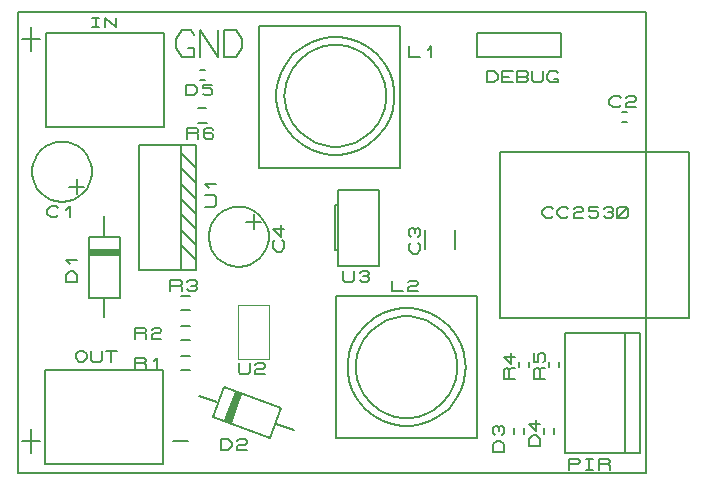
<source format=gto>
G04 PROTEUS RS274X GERBER FILE*
%FSLAX45Y45*%
%MOMM*%
G01*
%ADD29C,0.203200*%
%ADD72C,0.025400*%
%TD.AperFunction*%
G36*
X-5379000Y+3066500D02*
X-5379000Y+3116500D01*
X-5119000Y+3116500D01*
X-5119000Y+3066500D01*
X-5379000Y+3066500D01*
G37*
G36*
X-4141571Y+1913626D02*
X-4230496Y+1669306D01*
X-4183512Y+1652205D01*
X-4094586Y+1896525D01*
X-4141571Y+1913626D01*
G37*
D29*
X-5986100Y+1223000D02*
X-666000Y+1223000D01*
X-666000Y+5127000D01*
X-5986100Y+5127000D01*
X-5986100Y+1223000D01*
X-5360200Y+3775900D02*
X-5361027Y+3796383D01*
X-5367745Y+3837350D01*
X-5381763Y+3878317D01*
X-5404541Y+3919284D01*
X-5439341Y+3960129D01*
X-5480308Y+3991745D01*
X-5521275Y+4012292D01*
X-5562242Y+4024529D01*
X-5603209Y+4029662D01*
X-5614200Y+4029900D01*
X-5868200Y+3775900D02*
X-5867373Y+3796383D01*
X-5860655Y+3837350D01*
X-5846637Y+3878317D01*
X-5823859Y+3919284D01*
X-5789059Y+3960129D01*
X-5748092Y+3991745D01*
X-5707125Y+4012292D01*
X-5666158Y+4024529D01*
X-5625191Y+4029662D01*
X-5614200Y+4029900D01*
X-5868200Y+3775900D02*
X-5867373Y+3755417D01*
X-5860655Y+3714450D01*
X-5846637Y+3673483D01*
X-5823859Y+3632516D01*
X-5789059Y+3591671D01*
X-5748092Y+3560055D01*
X-5707125Y+3539508D01*
X-5666158Y+3527271D01*
X-5625191Y+3522138D01*
X-5614200Y+3521900D01*
X-5360200Y+3775900D02*
X-5361027Y+3755417D01*
X-5367745Y+3714450D01*
X-5381763Y+3673483D01*
X-5404541Y+3632516D01*
X-5439341Y+3591671D01*
X-5480308Y+3560055D01*
X-5521275Y+3539508D01*
X-5562242Y+3527271D01*
X-5603209Y+3522138D01*
X-5614200Y+3521900D01*
X-5423700Y+3648900D02*
X-5550700Y+3648900D01*
X-5487200Y+3585400D02*
X-5487200Y+3712400D01*
X-5645030Y+3405060D02*
X-5660905Y+3389820D01*
X-5708530Y+3389820D01*
X-5740280Y+3420300D01*
X-5740280Y+3450780D01*
X-5708530Y+3481260D01*
X-5660905Y+3481260D01*
X-5645030Y+3466020D01*
X-5581530Y+3450780D02*
X-5549780Y+3481260D01*
X-5549780Y+3389820D01*
X-4957800Y+2946400D02*
X-4475200Y+2946400D01*
X-4475200Y+4000500D01*
X-4957800Y+4000500D01*
X-4957800Y+2946400D01*
X-4604740Y+4000500D02*
X-4604740Y+2946400D01*
X-4604740Y+3934460D02*
X-4477740Y+3807460D01*
X-4604740Y+3804920D02*
X-4477740Y+3677920D01*
X-4604740Y+3804920D02*
X-4477740Y+3677920D01*
X-4604740Y+3675380D02*
X-4477740Y+3548380D01*
X-4604740Y+3675380D02*
X-4477740Y+3548380D01*
X-4604740Y+3545840D02*
X-4477740Y+3418840D01*
X-4602200Y+3543300D02*
X-4475200Y+3416300D01*
X-4602200Y+3413760D02*
X-4475200Y+3286760D01*
X-4602200Y+3413760D02*
X-4475200Y+3286760D01*
X-4602200Y+3284220D02*
X-4475200Y+3157220D01*
X-4602200Y+3284220D02*
X-4475200Y+3157220D01*
X-4602200Y+3154680D02*
X-4475200Y+3027680D01*
X-4402378Y+3480452D02*
X-4326178Y+3480452D01*
X-4310938Y+3496327D01*
X-4310938Y+3559827D01*
X-4326178Y+3575702D01*
X-4402378Y+3575702D01*
X-4371898Y+3639202D02*
X-4402378Y+3670952D01*
X-4310938Y+3670952D01*
X-5389000Y+2706500D02*
X-5119000Y+2706500D01*
X-5119000Y+3226500D01*
X-5389000Y+3226500D01*
X-5389000Y+2706500D01*
X-5379000Y+3066500D02*
X-5119000Y+3066500D01*
X-5119000Y+3116500D01*
X-5379000Y+3116500D01*
X-5379000Y+3066500D01*
X-5259000Y+3236500D02*
X-5259000Y+3396500D01*
X-5259000Y+2706500D02*
X-5259000Y+2546500D01*
X-5486920Y+2839250D02*
X-5578360Y+2839250D01*
X-5578360Y+2902750D01*
X-5547880Y+2934500D01*
X-5517400Y+2934500D01*
X-5486920Y+2902750D01*
X-5486920Y+2839250D01*
X-5547880Y+2998000D02*
X-5578360Y+3029750D01*
X-5486920Y+3029750D01*
X-3864000Y+3225000D02*
X-3864827Y+3245483D01*
X-3871545Y+3286450D01*
X-3885563Y+3327417D01*
X-3908341Y+3368384D01*
X-3943141Y+3409229D01*
X-3984108Y+3440845D01*
X-4025075Y+3461392D01*
X-4066042Y+3473629D01*
X-4107009Y+3478762D01*
X-4118000Y+3479000D01*
X-4372000Y+3225000D02*
X-4371173Y+3245483D01*
X-4364455Y+3286450D01*
X-4350437Y+3327417D01*
X-4327659Y+3368384D01*
X-4292859Y+3409229D01*
X-4251892Y+3440845D01*
X-4210925Y+3461392D01*
X-4169958Y+3473629D01*
X-4128991Y+3478762D01*
X-4118000Y+3479000D01*
X-4372000Y+3225000D02*
X-4371173Y+3204517D01*
X-4364455Y+3163550D01*
X-4350437Y+3122583D01*
X-4327659Y+3081616D01*
X-4292859Y+3040771D01*
X-4251892Y+3009155D01*
X-4210925Y+2988608D01*
X-4169958Y+2976371D01*
X-4128991Y+2971238D01*
X-4118000Y+2971000D01*
X-3864000Y+3225000D02*
X-3864827Y+3204517D01*
X-3871545Y+3163550D01*
X-3885563Y+3122583D01*
X-3908341Y+3081616D01*
X-3943141Y+3040771D01*
X-3984108Y+3009155D01*
X-4025075Y+2988608D01*
X-4066042Y+2976371D01*
X-4107009Y+2971238D01*
X-4118000Y+2971000D01*
X-3991000Y+3415500D02*
X-3991000Y+3288500D01*
X-3927500Y+3352000D02*
X-4054500Y+3352000D01*
X-3747160Y+3194170D02*
X-3731920Y+3178295D01*
X-3731920Y+3130670D01*
X-3762400Y+3098920D01*
X-3792880Y+3098920D01*
X-3823360Y+3130670D01*
X-3823360Y+3178295D01*
X-3808120Y+3194170D01*
X-3762400Y+3321170D02*
X-3762400Y+3225920D01*
X-3823360Y+3289420D01*
X-3731920Y+3289420D01*
X-3950000Y+3808000D02*
X-2750000Y+3808000D01*
X-2750000Y+5008000D01*
X-3950000Y+5008000D01*
X-3950000Y+3808000D01*
X-2800000Y+4418000D02*
X-2801531Y+4457100D01*
X-2813954Y+4535301D01*
X-2839806Y+4613502D01*
X-2881566Y+4691703D01*
X-2944805Y+4769904D01*
X-3022998Y+4834257D01*
X-3101199Y+4876779D01*
X-3179400Y+4903238D01*
X-3257601Y+4916199D01*
X-3300000Y+4918000D01*
X-3800000Y+4418000D02*
X-3798469Y+4457100D01*
X-3786046Y+4535301D01*
X-3760194Y+4613502D01*
X-3718434Y+4691703D01*
X-3655195Y+4769904D01*
X-3577002Y+4834257D01*
X-3498801Y+4876779D01*
X-3420600Y+4903238D01*
X-3342399Y+4916199D01*
X-3300000Y+4918000D01*
X-3800000Y+4418000D02*
X-3798469Y+4378900D01*
X-3786046Y+4300699D01*
X-3760194Y+4222498D01*
X-3718434Y+4144297D01*
X-3655195Y+4066096D01*
X-3577002Y+4001743D01*
X-3498801Y+3959221D01*
X-3420600Y+3932762D01*
X-3342399Y+3919801D01*
X-3300000Y+3918000D01*
X-2800000Y+4418000D02*
X-2801531Y+4378900D01*
X-2813954Y+4300699D01*
X-2839806Y+4222498D01*
X-2881566Y+4144297D01*
X-2944805Y+4066096D01*
X-3022998Y+4001743D01*
X-3101199Y+3959221D01*
X-3179400Y+3932762D01*
X-3257601Y+3919801D01*
X-3300000Y+3918000D01*
X-2869884Y+4418000D02*
X-2871224Y+4451927D01*
X-2882100Y+4519782D01*
X-2904749Y+4587637D01*
X-2941395Y+4655492D01*
X-2997071Y+4723342D01*
X-3064926Y+4778194D01*
X-3132781Y+4814280D01*
X-3200636Y+4836481D01*
X-3268491Y+4846960D01*
X-3300000Y+4848116D01*
X-3730116Y+4418000D02*
X-3728776Y+4451927D01*
X-3717900Y+4519782D01*
X-3695251Y+4587637D01*
X-3658605Y+4655492D01*
X-3602929Y+4723342D01*
X-3535074Y+4778194D01*
X-3467219Y+4814280D01*
X-3399364Y+4836481D01*
X-3331509Y+4846960D01*
X-3300000Y+4848116D01*
X-3730116Y+4418000D02*
X-3728776Y+4384073D01*
X-3717900Y+4316218D01*
X-3695251Y+4248363D01*
X-3658605Y+4180508D01*
X-3602929Y+4112658D01*
X-3535074Y+4057806D01*
X-3467219Y+4021720D01*
X-3399364Y+3999519D01*
X-3331509Y+3989040D01*
X-3300000Y+3987884D01*
X-2869884Y+4418000D02*
X-2871224Y+4384073D01*
X-2882100Y+4316218D01*
X-2904749Y+4248363D01*
X-2941395Y+4180508D01*
X-2997071Y+4112658D01*
X-3064926Y+4057806D01*
X-3132781Y+4021720D01*
X-3200636Y+3999519D01*
X-3268491Y+3989040D01*
X-3300000Y+3987884D01*
X-2677000Y+4840080D02*
X-2677000Y+4748640D01*
X-2581750Y+4748640D01*
X-2518250Y+4809600D02*
X-2486500Y+4840080D01*
X-2486500Y+4748640D01*
X-2931160Y+2976880D02*
X-2931160Y+3616960D01*
X-3279140Y+3616960D01*
X-3279140Y+2976880D01*
X-2933700Y+2976880D01*
X-3279140Y+3111500D02*
X-3299460Y+3111500D01*
X-3299460Y+3489960D01*
X-3281680Y+3489960D01*
X-3235960Y+2936240D02*
X-3235960Y+2860040D01*
X-3220085Y+2844800D01*
X-3156585Y+2844800D01*
X-3140710Y+2860040D01*
X-3140710Y+2936240D01*
X-3093085Y+2921000D02*
X-3077210Y+2936240D01*
X-3029585Y+2936240D01*
X-3013710Y+2921000D01*
X-3013710Y+2905760D01*
X-3029585Y+2890520D01*
X-3013710Y+2875280D01*
X-3013710Y+2860040D01*
X-3029585Y+2844800D01*
X-3077210Y+2844800D01*
X-3093085Y+2860040D01*
X-3061335Y+2890520D02*
X-3029585Y+2890520D01*
X-2540000Y+3124200D02*
X-2540000Y+3284220D01*
X-2286000Y+3124200D02*
X-2286000Y+3284220D01*
X-2595880Y+3173730D02*
X-2580640Y+3157855D01*
X-2580640Y+3110230D01*
X-2611120Y+3078480D01*
X-2641600Y+3078480D01*
X-2672080Y+3110230D01*
X-2672080Y+3157855D01*
X-2656840Y+3173730D01*
X-2656840Y+3221355D02*
X-2672080Y+3237230D01*
X-2672080Y+3284855D01*
X-2656840Y+3300730D01*
X-2641600Y+3300730D01*
X-2626360Y+3284855D01*
X-2611120Y+3300730D01*
X-2595880Y+3300730D01*
X-2580640Y+3284855D01*
X-2580640Y+3237230D01*
X-2595880Y+3221355D01*
X-2626360Y+3253105D02*
X-2626360Y+3284855D01*
X-1905000Y+2534000D02*
X-305000Y+2534000D01*
X-305000Y+3944000D01*
X-1905000Y+3944000D01*
X-1905000Y+2534000D01*
X-305000Y+3934000D02*
X-305000Y+2534000D01*
X-1455170Y+3399880D02*
X-1471045Y+3384640D01*
X-1518670Y+3384640D01*
X-1550420Y+3415120D01*
X-1550420Y+3445600D01*
X-1518670Y+3476080D01*
X-1471045Y+3476080D01*
X-1455170Y+3460840D01*
X-1328170Y+3399880D02*
X-1344045Y+3384640D01*
X-1391670Y+3384640D01*
X-1423420Y+3415120D01*
X-1423420Y+3445600D01*
X-1391670Y+3476080D01*
X-1344045Y+3476080D01*
X-1328170Y+3460840D01*
X-1280545Y+3460840D02*
X-1264670Y+3476080D01*
X-1217045Y+3476080D01*
X-1201170Y+3460840D01*
X-1201170Y+3445600D01*
X-1217045Y+3430360D01*
X-1264670Y+3430360D01*
X-1280545Y+3415120D01*
X-1280545Y+3384640D01*
X-1201170Y+3384640D01*
X-1074170Y+3476080D02*
X-1153545Y+3476080D01*
X-1153545Y+3445600D01*
X-1090045Y+3445600D01*
X-1074170Y+3430360D01*
X-1074170Y+3399880D01*
X-1090045Y+3384640D01*
X-1137670Y+3384640D01*
X-1153545Y+3399880D01*
X-1026545Y+3460840D02*
X-1010670Y+3476080D01*
X-963045Y+3476080D01*
X-947170Y+3460840D01*
X-947170Y+3445600D01*
X-963045Y+3430360D01*
X-947170Y+3415120D01*
X-947170Y+3399880D01*
X-963045Y+3384640D01*
X-1010670Y+3384640D01*
X-1026545Y+3399880D01*
X-994795Y+3430360D02*
X-963045Y+3430360D01*
X-915420Y+3399880D02*
X-915420Y+3460840D01*
X-899545Y+3476080D01*
X-836045Y+3476080D01*
X-820170Y+3460840D01*
X-820170Y+3399880D01*
X-836045Y+3384640D01*
X-899545Y+3384640D01*
X-915420Y+3399880D01*
X-915420Y+3384640D02*
X-820170Y+3476080D01*
D72*
X-4122420Y+2186940D02*
X-4122420Y+2646940D01*
X-4122420Y+2186940D02*
X-3862420Y+2186940D01*
X-3862420Y+2646940D01*
X-4122420Y+2646940D01*
D29*
X-4118610Y+2155190D02*
X-4118610Y+2078990D01*
X-4102735Y+2063750D01*
X-4039235Y+2063750D01*
X-4023360Y+2078990D01*
X-4023360Y+2155190D01*
X-3975735Y+2139950D02*
X-3959860Y+2155190D01*
X-3912235Y+2155190D01*
X-3896360Y+2139950D01*
X-3896360Y+2124710D01*
X-3912235Y+2109470D01*
X-3959860Y+2109470D01*
X-3975735Y+2094230D01*
X-3975735Y+2063750D01*
X-3896360Y+2063750D01*
X-875500Y+4281640D02*
X-829780Y+4281640D01*
X-875500Y+4200360D02*
X-829780Y+4200360D01*
X-884390Y+4337520D02*
X-900265Y+4322280D01*
X-947890Y+4322280D01*
X-979640Y+4352760D01*
X-979640Y+4383240D01*
X-947890Y+4413720D01*
X-900265Y+4413720D01*
X-884390Y+4398480D01*
X-836765Y+4398480D02*
X-820890Y+4413720D01*
X-773265Y+4413720D01*
X-757390Y+4398480D01*
X-757390Y+4383240D01*
X-773265Y+4368000D01*
X-820890Y+4368000D01*
X-836765Y+4352760D01*
X-836765Y+4322280D01*
X-757390Y+4322280D01*
X-4244937Y+1951248D02*
X-4337282Y+1697531D01*
X-3848642Y+1519681D01*
X-3756297Y+1773398D01*
X-4244937Y+1951248D01*
X-4141571Y+1913626D02*
X-4230496Y+1669306D01*
X-4183512Y+1652205D01*
X-4094586Y+1896525D01*
X-4141571Y+1913626D01*
X-4302217Y+1823111D02*
X-4452568Y+1877834D01*
X-3804180Y+1641840D02*
X-3653829Y+1587117D01*
X-4271591Y+1420305D02*
X-4271591Y+1511745D01*
X-4208091Y+1511745D01*
X-4176341Y+1481265D01*
X-4176341Y+1450785D01*
X-4208091Y+1420305D01*
X-4271591Y+1420305D01*
X-4128716Y+1496505D02*
X-4112841Y+1511745D01*
X-4065216Y+1511745D01*
X-4049341Y+1496505D01*
X-4049341Y+1481265D01*
X-4065216Y+1466025D01*
X-4112841Y+1466025D01*
X-4128716Y+1450785D01*
X-4128716Y+1420305D01*
X-4049341Y+1420305D01*
X-3296300Y+1520900D02*
X-2096300Y+1520900D01*
X-2096300Y+2720900D01*
X-3296300Y+2720900D01*
X-3296300Y+1520900D01*
X-2196300Y+2120900D02*
X-2197831Y+2160000D01*
X-2210254Y+2238201D01*
X-2236106Y+2316402D01*
X-2277866Y+2394603D01*
X-2341105Y+2472804D01*
X-2419298Y+2537157D01*
X-2497499Y+2579679D01*
X-2575700Y+2606138D01*
X-2653901Y+2619099D01*
X-2696300Y+2620900D01*
X-3196300Y+2120900D02*
X-3194769Y+2160000D01*
X-3182346Y+2238201D01*
X-3156494Y+2316402D01*
X-3114734Y+2394603D01*
X-3051495Y+2472804D01*
X-2973302Y+2537157D01*
X-2895101Y+2579679D01*
X-2816900Y+2606138D01*
X-2738699Y+2619099D01*
X-2696300Y+2620900D01*
X-3196300Y+2120900D02*
X-3194769Y+2081800D01*
X-3182346Y+2003599D01*
X-3156494Y+1925398D01*
X-3114734Y+1847197D01*
X-3051495Y+1768996D01*
X-2973302Y+1704643D01*
X-2895101Y+1662121D01*
X-2816900Y+1635662D01*
X-2738699Y+1622701D01*
X-2696300Y+1620900D01*
X-2196300Y+2120900D02*
X-2197831Y+2081800D01*
X-2210254Y+2003599D01*
X-2236106Y+1925398D01*
X-2277866Y+1847197D01*
X-2341105Y+1768996D01*
X-2419298Y+1704643D01*
X-2497499Y+1662121D01*
X-2575700Y+1635662D01*
X-2653901Y+1622701D01*
X-2696300Y+1620900D01*
X-2266184Y+2120900D02*
X-2267524Y+2154827D01*
X-2278400Y+2222682D01*
X-2301049Y+2290537D01*
X-2337695Y+2358392D01*
X-2393371Y+2426242D01*
X-2461226Y+2481094D01*
X-2529081Y+2517180D01*
X-2596936Y+2539381D01*
X-2664791Y+2549860D01*
X-2696300Y+2551016D01*
X-3126416Y+2120900D02*
X-3125076Y+2154827D01*
X-3114200Y+2222682D01*
X-3091551Y+2290537D01*
X-3054905Y+2358392D01*
X-2999229Y+2426242D01*
X-2931374Y+2481094D01*
X-2863519Y+2517180D01*
X-2795664Y+2539381D01*
X-2727809Y+2549860D01*
X-2696300Y+2551016D01*
X-3126416Y+2120900D02*
X-3125076Y+2086973D01*
X-3114200Y+2019118D01*
X-3091551Y+1951263D01*
X-3054905Y+1883408D01*
X-2999229Y+1815558D01*
X-2931374Y+1760706D01*
X-2863519Y+1724620D01*
X-2795664Y+1702419D01*
X-2727809Y+1691940D01*
X-2696300Y+1690784D01*
X-2266184Y+2120900D02*
X-2267524Y+2086973D01*
X-2278400Y+2019118D01*
X-2301049Y+1951263D01*
X-2337695Y+1883408D01*
X-2393371Y+1815558D01*
X-2461226Y+1760706D01*
X-2529081Y+1724620D01*
X-2596936Y+1702419D01*
X-2664791Y+1691940D01*
X-2696300Y+1690784D01*
X-2823300Y+2852980D02*
X-2823300Y+2761540D01*
X-2728050Y+2761540D01*
X-2680425Y+2837740D02*
X-2664550Y+2852980D01*
X-2616925Y+2852980D01*
X-2601050Y+2837740D01*
X-2601050Y+2822500D01*
X-2616925Y+2807260D01*
X-2664550Y+2807260D01*
X-2680425Y+2792020D01*
X-2680425Y+2761540D01*
X-2601050Y+2761540D01*
X-4602340Y+2217420D02*
X-4533760Y+2217420D01*
X-4602340Y+2095500D02*
X-4531220Y+2095500D01*
X-4996320Y+2108060D02*
X-4996320Y+2199500D01*
X-4916945Y+2199500D01*
X-4901070Y+2184260D01*
X-4901070Y+2169020D01*
X-4916945Y+2153780D01*
X-4996320Y+2153780D01*
X-4916945Y+2153780D02*
X-4901070Y+2138540D01*
X-4901070Y+2108060D01*
X-4837570Y+2169020D02*
X-4805820Y+2199500D01*
X-4805820Y+2108060D01*
X-4602340Y+2471420D02*
X-4533760Y+2471420D01*
X-4602340Y+2349500D02*
X-4531220Y+2349500D01*
X-4994560Y+2362060D02*
X-4994560Y+2453500D01*
X-4915185Y+2453500D01*
X-4899310Y+2438260D01*
X-4899310Y+2423020D01*
X-4915185Y+2407780D01*
X-4994560Y+2407780D01*
X-4915185Y+2407780D02*
X-4899310Y+2392540D01*
X-4899310Y+2362060D01*
X-4851685Y+2438260D02*
X-4835810Y+2453500D01*
X-4788185Y+2453500D01*
X-4772310Y+2438260D01*
X-4772310Y+2423020D01*
X-4788185Y+2407780D01*
X-4835810Y+2407780D01*
X-4851685Y+2392540D01*
X-4851685Y+2362060D01*
X-4772310Y+2362060D01*
X-4602340Y+2725420D02*
X-4533760Y+2725420D01*
X-4602340Y+2603500D02*
X-4531220Y+2603500D01*
X-4696320Y+2766060D02*
X-4696320Y+2857500D01*
X-4616945Y+2857500D01*
X-4601070Y+2842260D01*
X-4601070Y+2827020D01*
X-4616945Y+2811780D01*
X-4696320Y+2811780D01*
X-4616945Y+2811780D02*
X-4601070Y+2796540D01*
X-4601070Y+2766060D01*
X-4553445Y+2842260D02*
X-4537570Y+2857500D01*
X-4489945Y+2857500D01*
X-4474070Y+2842260D01*
X-4474070Y+2827020D01*
X-4489945Y+2811780D01*
X-4474070Y+2796540D01*
X-4474070Y+2781300D01*
X-4489945Y+2766060D01*
X-4537570Y+2766060D01*
X-4553445Y+2781300D01*
X-4521695Y+2811780D02*
X-4489945Y+2811780D01*
X-1741640Y+2122500D02*
X-1741640Y+2168220D01*
X-1660360Y+2122500D02*
X-1660360Y+2168220D01*
X-1782280Y+2018360D02*
X-1873720Y+2018360D01*
X-1873720Y+2097735D01*
X-1858480Y+2113610D01*
X-1843240Y+2113610D01*
X-1828000Y+2097735D01*
X-1828000Y+2018360D01*
X-1828000Y+2097735D02*
X-1812760Y+2113610D01*
X-1782280Y+2113610D01*
X-1812760Y+2240610D02*
X-1812760Y+2145360D01*
X-1873720Y+2208860D01*
X-1782280Y+2208860D01*
X-4460500Y+4314220D02*
X-4391920Y+4314220D01*
X-4460500Y+4192300D02*
X-4389380Y+4192300D01*
X-4554480Y+4054860D02*
X-4554480Y+4146300D01*
X-4475105Y+4146300D01*
X-4459230Y+4131060D01*
X-4459230Y+4115820D01*
X-4475105Y+4100580D01*
X-4554480Y+4100580D01*
X-4475105Y+4100580D02*
X-4459230Y+4085340D01*
X-4459230Y+4054860D01*
X-4332230Y+4131060D02*
X-4348105Y+4146300D01*
X-4395730Y+4146300D01*
X-4411605Y+4131060D01*
X-4411605Y+4070100D01*
X-4395730Y+4054860D01*
X-4348105Y+4054860D01*
X-4332230Y+4070100D01*
X-4332230Y+4085340D01*
X-4348105Y+4100580D01*
X-4411605Y+4100580D01*
X-1406360Y+2168220D02*
X-1406360Y+2122500D01*
X-1487640Y+2168220D02*
X-1487640Y+2122500D01*
X-1524280Y+2018360D02*
X-1615720Y+2018360D01*
X-1615720Y+2097735D01*
X-1600480Y+2113610D01*
X-1585240Y+2113610D01*
X-1570000Y+2097735D01*
X-1570000Y+2018360D01*
X-1570000Y+2097735D02*
X-1554760Y+2113610D01*
X-1524280Y+2113610D01*
X-1615720Y+2240610D02*
X-1615720Y+2161235D01*
X-1585240Y+2161235D01*
X-1585240Y+2224735D01*
X-1570000Y+2240610D01*
X-1539520Y+2240610D01*
X-1524280Y+2224735D01*
X-1524280Y+2177110D01*
X-1539520Y+2161235D01*
X-1704360Y+1602500D02*
X-1704360Y+1556780D01*
X-1785640Y+1602500D02*
X-1785640Y+1556780D01*
X-1872280Y+1402640D02*
X-1963720Y+1402640D01*
X-1963720Y+1466140D01*
X-1933240Y+1497890D01*
X-1902760Y+1497890D01*
X-1872280Y+1466140D01*
X-1872280Y+1402640D01*
X-1948480Y+1545515D02*
X-1963720Y+1561390D01*
X-1963720Y+1609015D01*
X-1948480Y+1624890D01*
X-1933240Y+1624890D01*
X-1918000Y+1609015D01*
X-1902760Y+1624890D01*
X-1887520Y+1624890D01*
X-1872280Y+1609015D01*
X-1872280Y+1561390D01*
X-1887520Y+1545515D01*
X-1918000Y+1577265D02*
X-1918000Y+1609015D01*
X-1450360Y+1602500D02*
X-1450360Y+1556780D01*
X-1531640Y+1602500D02*
X-1531640Y+1556780D01*
X-1568280Y+1452640D02*
X-1659720Y+1452640D01*
X-1659720Y+1516140D01*
X-1629240Y+1547890D01*
X-1598760Y+1547890D01*
X-1568280Y+1516140D01*
X-1568280Y+1452640D01*
X-1598760Y+1674890D02*
X-1598760Y+1579640D01*
X-1659720Y+1643140D01*
X-1568280Y+1643140D01*
X-4400980Y+4553560D02*
X-4446700Y+4553560D01*
X-4400980Y+4634840D02*
X-4446700Y+4634840D01*
X-4563540Y+4421480D02*
X-4563540Y+4512920D01*
X-4500040Y+4512920D01*
X-4468290Y+4482440D01*
X-4468290Y+4451960D01*
X-4500040Y+4421480D01*
X-4563540Y+4421480D01*
X-4341290Y+4512920D02*
X-4420665Y+4512920D01*
X-4420665Y+4482440D01*
X-4357165Y+4482440D01*
X-4341290Y+4467200D01*
X-4341290Y+4436720D01*
X-4357165Y+4421480D01*
X-4404790Y+4421480D01*
X-4420665Y+4436720D01*
X-1387400Y+4950600D02*
X-1387400Y+4747400D01*
X-2098600Y+4747400D01*
X-2098600Y+4950600D01*
X-1387400Y+4950600D01*
X-2018540Y+4533429D02*
X-2018540Y+4624869D01*
X-1955040Y+4624869D01*
X-1923290Y+4594389D01*
X-1923290Y+4563909D01*
X-1955040Y+4533429D01*
X-2018540Y+4533429D01*
X-1796290Y+4533429D02*
X-1891540Y+4533429D01*
X-1891540Y+4624869D01*
X-1796290Y+4624869D01*
X-1891540Y+4579149D02*
X-1828040Y+4579149D01*
X-1764540Y+4533429D02*
X-1764540Y+4624869D01*
X-1685165Y+4624869D01*
X-1669290Y+4609629D01*
X-1669290Y+4594389D01*
X-1685165Y+4579149D01*
X-1669290Y+4563909D01*
X-1669290Y+4548669D01*
X-1685165Y+4533429D01*
X-1764540Y+4533429D01*
X-1764540Y+4579149D02*
X-1685165Y+4579149D01*
X-1637540Y+4624869D02*
X-1637540Y+4548669D01*
X-1621665Y+4533429D01*
X-1558165Y+4533429D01*
X-1542290Y+4548669D01*
X-1542290Y+4624869D01*
X-1447040Y+4563909D02*
X-1415290Y+4563909D01*
X-1415290Y+4533429D01*
X-1478790Y+4533429D01*
X-1510540Y+4563909D01*
X-1510540Y+4594389D01*
X-1478790Y+4624869D01*
X-1431165Y+4624869D01*
X-1415290Y+4609629D01*
X-5750000Y+4150000D02*
X-4750000Y+4150000D01*
X-4750000Y+4950000D01*
X-5750000Y+4950000D01*
X-5750000Y+4150000D01*
X-5361125Y+5073191D02*
X-5297625Y+5073191D01*
X-5329375Y+5073191D02*
X-5329375Y+4996991D01*
X-5361125Y+4996991D02*
X-5297625Y+4996991D01*
X-5250000Y+4996991D02*
X-5250000Y+5073191D01*
X-5154750Y+4996991D01*
X-5154750Y+5073191D01*
X-5758000Y+1300000D02*
X-4758000Y+1300000D01*
X-4758000Y+2100000D01*
X-5758000Y+2100000D01*
X-5758000Y+1300000D01*
X-5498500Y+2228880D02*
X-5466750Y+2259360D01*
X-5435000Y+2259360D01*
X-5403250Y+2228880D01*
X-5403250Y+2198400D01*
X-5435000Y+2167920D01*
X-5466750Y+2167920D01*
X-5498500Y+2198400D01*
X-5498500Y+2228880D01*
X-5371500Y+2259360D02*
X-5371500Y+2183160D01*
X-5355625Y+2167920D01*
X-5292125Y+2167920D01*
X-5276250Y+2183160D01*
X-5276250Y+2259360D01*
X-5244500Y+2259360D02*
X-5149250Y+2259360D01*
X-5196875Y+2259360D02*
X-5196875Y+2167920D01*
X-5950000Y+4896000D02*
X-5797600Y+4896000D01*
X-5873800Y+4997600D02*
X-5873800Y+4794400D01*
X-4548400Y+4821400D02*
X-4497600Y+4821400D01*
X-4497600Y+4745200D01*
X-4599200Y+4745200D01*
X-4650000Y+4821400D01*
X-4650000Y+4897600D01*
X-4599200Y+4973800D01*
X-4523000Y+4973800D01*
X-4497600Y+4935700D01*
X-4446800Y+4745200D02*
X-4446800Y+4973800D01*
X-4294400Y+4745200D01*
X-4294400Y+4973800D01*
X-4243600Y+4745200D02*
X-4243600Y+4973800D01*
X-4142000Y+4973800D01*
X-4091200Y+4897600D01*
X-4091200Y+4821400D01*
X-4142000Y+4745200D01*
X-4243600Y+4745200D01*
X-1354000Y+1392000D02*
X-719000Y+1392000D01*
X-719000Y+2408000D01*
X-1354000Y+2408000D01*
X-1354000Y+1392000D01*
X-846000Y+2408000D02*
X-846000Y+1392000D01*
X-1323140Y+1254280D02*
X-1323140Y+1345720D01*
X-1243765Y+1345720D01*
X-1227890Y+1330480D01*
X-1227890Y+1315240D01*
X-1243765Y+1300000D01*
X-1323140Y+1300000D01*
X-1180265Y+1345720D02*
X-1116765Y+1345720D01*
X-1148515Y+1345720D02*
X-1148515Y+1254280D01*
X-1180265Y+1254280D02*
X-1116765Y+1254280D01*
X-1069140Y+1254280D02*
X-1069140Y+1345720D01*
X-989765Y+1345720D01*
X-973890Y+1330480D01*
X-973890Y+1315240D01*
X-989765Y+1300000D01*
X-1069140Y+1300000D01*
X-989765Y+1300000D02*
X-973890Y+1284760D01*
X-973890Y+1254280D01*
X-4674600Y+1496000D02*
X-4547600Y+1496000D01*
X-5950000Y+1496000D02*
X-5797600Y+1496000D01*
X-5873800Y+1597600D02*
X-5873800Y+1394400D01*
M02*

</source>
